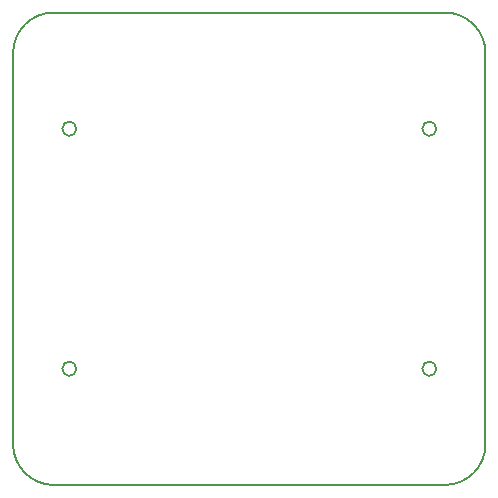
<source format=gbr>
%TF.GenerationSoftware,KiCad,Pcbnew,7.0.1*%
%TF.CreationDate,2023-09-07T21:54:11+09:00*%
%TF.ProjectId,CPU_ESP32S3WROOM,4350555f-4553-4503-9332-533357524f4f,rev?*%
%TF.SameCoordinates,Original*%
%TF.FileFunction,Profile,NP*%
%FSLAX46Y46*%
G04 Gerber Fmt 4.6, Leading zero omitted, Abs format (unit mm)*
G04 Created by KiCad (PCBNEW 7.0.1) date 2023-09-07 21:54:11*
%MOMM*%
%LPD*%
G01*
G04 APERTURE LIST*
%TA.AperFunction,Profile*%
%ADD10C,0.200000*%
%TD*%
G04 APERTURE END LIST*
D10*
X164645000Y-81300000D02*
G75*
G03*
X161195000Y-77850000I-3450000J0D01*
G01*
X124645000Y-114400000D02*
G75*
G03*
X128095000Y-117850000I3450000J0D01*
G01*
X160485000Y-87690000D02*
G75*
G03*
X160485000Y-87690000I-600000J0D01*
G01*
X128095000Y-77850000D02*
G75*
G03*
X124645000Y-81300000I0J-3450000D01*
G01*
X124645000Y-114400000D02*
X124645000Y-81300000D01*
X130005000Y-87690000D02*
G75*
G03*
X130005000Y-87690000I-600000J0D01*
G01*
X164645000Y-81300000D02*
X164645000Y-114400000D01*
X161195000Y-117850000D02*
G75*
G03*
X164645000Y-114400000I0J3450000D01*
G01*
X130005000Y-108010000D02*
G75*
G03*
X130005000Y-108010000I-600000J0D01*
G01*
X160485000Y-108010000D02*
G75*
G03*
X160485000Y-108010000I-600000J0D01*
G01*
X161195000Y-117850000D02*
X128095000Y-117850000D01*
X128095000Y-77850000D02*
X161195000Y-77850000D01*
M02*

</source>
